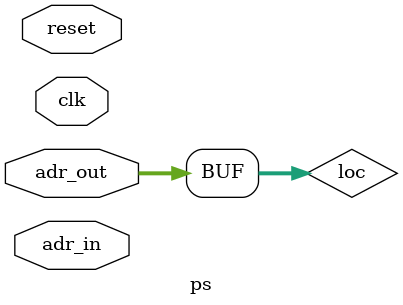
<source format=v>
module ps (
	input clk,
	input[31:0] adr_in,
	input[31:0] adr_out,
	input reset
);
reg[31:0] loc;
always@(posedge clk)
begin
	if(reset) begin
		loc <= 31'b0;	
	end
	else begin
		loc <= adr_in;
	end
end
assign adr_out = loc;

endmodule 

</source>
